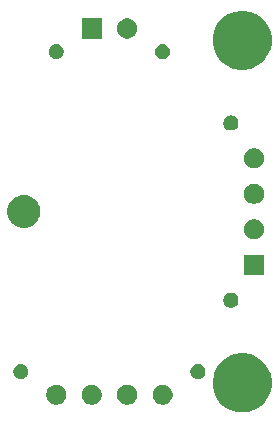
<source format=gbr>
G04 #@! TF.GenerationSoftware,KiCad,Pcbnew,(5.0.2)-1*
G04 #@! TF.CreationDate,2019-03-09T14:48:14-06:00*
G04 #@! TF.ProjectId,Contactor,436f6e74-6163-4746-9f72-2e6b69636164,rev?*
G04 #@! TF.SameCoordinates,Original*
G04 #@! TF.FileFunction,Soldermask,Bot*
G04 #@! TF.FilePolarity,Negative*
%FSLAX46Y46*%
G04 Gerber Fmt 4.6, Leading zero omitted, Abs format (unit mm)*
G04 Created by KiCad (PCBNEW (5.0.2)-1) date 3/9/2019 2:48:14 PM*
%MOMM*%
%LPD*%
G01*
G04 APERTURE LIST*
%ADD10C,0.100000*%
G04 APERTURE END LIST*
D10*
G36*
X173318225Y-127064049D02*
X173479223Y-127096074D01*
X173667677Y-127174134D01*
X173934193Y-127284528D01*
X174343660Y-127558126D01*
X174691874Y-127906340D01*
X174965472Y-128315807D01*
X175032430Y-128477459D01*
X175153926Y-128770777D01*
X175185951Y-128931775D01*
X175250000Y-129253770D01*
X175250000Y-129746230D01*
X175153926Y-130229222D01*
X174965472Y-130684193D01*
X174691874Y-131093660D01*
X174343660Y-131441874D01*
X173934193Y-131715472D01*
X173667677Y-131825866D01*
X173479223Y-131903926D01*
X173318225Y-131935951D01*
X172996230Y-132000000D01*
X172503770Y-132000000D01*
X172181775Y-131935951D01*
X172020777Y-131903926D01*
X171832323Y-131825866D01*
X171565807Y-131715472D01*
X171156340Y-131441874D01*
X170808126Y-131093660D01*
X170534528Y-130684193D01*
X170346074Y-130229222D01*
X170250000Y-129746230D01*
X170250000Y-129253770D01*
X170314049Y-128931775D01*
X170346074Y-128770777D01*
X170467570Y-128477459D01*
X170534528Y-128315807D01*
X170808126Y-127906340D01*
X171156340Y-127558126D01*
X171565807Y-127284528D01*
X171832323Y-127174134D01*
X172020777Y-127096074D01*
X172181775Y-127064049D01*
X172503770Y-127000000D01*
X172996230Y-127000000D01*
X173318225Y-127064049D01*
X173318225Y-127064049D01*
G37*
G36*
X166247934Y-129682664D02*
X166402627Y-129746740D01*
X166541847Y-129839764D01*
X166660236Y-129958153D01*
X166753260Y-130097373D01*
X166817336Y-130252066D01*
X166850000Y-130416281D01*
X166850000Y-130583719D01*
X166817336Y-130747934D01*
X166753260Y-130902627D01*
X166660236Y-131041847D01*
X166541847Y-131160236D01*
X166402627Y-131253260D01*
X166247934Y-131317336D01*
X166083719Y-131350000D01*
X165916281Y-131350000D01*
X165752066Y-131317336D01*
X165597373Y-131253260D01*
X165458153Y-131160236D01*
X165339764Y-131041847D01*
X165246740Y-130902627D01*
X165182664Y-130747934D01*
X165150000Y-130583719D01*
X165150000Y-130416281D01*
X165182664Y-130252066D01*
X165246740Y-130097373D01*
X165339764Y-129958153D01*
X165458153Y-129839764D01*
X165597373Y-129746740D01*
X165752066Y-129682664D01*
X165916281Y-129650000D01*
X166083719Y-129650000D01*
X166247934Y-129682664D01*
X166247934Y-129682664D01*
G37*
G36*
X163247934Y-129682664D02*
X163402627Y-129746740D01*
X163541847Y-129839764D01*
X163660236Y-129958153D01*
X163753260Y-130097373D01*
X163817336Y-130252066D01*
X163850000Y-130416281D01*
X163850000Y-130583719D01*
X163817336Y-130747934D01*
X163753260Y-130902627D01*
X163660236Y-131041847D01*
X163541847Y-131160236D01*
X163402627Y-131253260D01*
X163247934Y-131317336D01*
X163083719Y-131350000D01*
X162916281Y-131350000D01*
X162752066Y-131317336D01*
X162597373Y-131253260D01*
X162458153Y-131160236D01*
X162339764Y-131041847D01*
X162246740Y-130902627D01*
X162182664Y-130747934D01*
X162150000Y-130583719D01*
X162150000Y-130416281D01*
X162182664Y-130252066D01*
X162246740Y-130097373D01*
X162339764Y-129958153D01*
X162458153Y-129839764D01*
X162597373Y-129746740D01*
X162752066Y-129682664D01*
X162916281Y-129650000D01*
X163083719Y-129650000D01*
X163247934Y-129682664D01*
X163247934Y-129682664D01*
G37*
G36*
X160247934Y-129682664D02*
X160402627Y-129746740D01*
X160541847Y-129839764D01*
X160660236Y-129958153D01*
X160753260Y-130097373D01*
X160817336Y-130252066D01*
X160850000Y-130416281D01*
X160850000Y-130583719D01*
X160817336Y-130747934D01*
X160753260Y-130902627D01*
X160660236Y-131041847D01*
X160541847Y-131160236D01*
X160402627Y-131253260D01*
X160247934Y-131317336D01*
X160083719Y-131350000D01*
X159916281Y-131350000D01*
X159752066Y-131317336D01*
X159597373Y-131253260D01*
X159458153Y-131160236D01*
X159339764Y-131041847D01*
X159246740Y-130902627D01*
X159182664Y-130747934D01*
X159150000Y-130583719D01*
X159150000Y-130416281D01*
X159182664Y-130252066D01*
X159246740Y-130097373D01*
X159339764Y-129958153D01*
X159458153Y-129839764D01*
X159597373Y-129746740D01*
X159752066Y-129682664D01*
X159916281Y-129650000D01*
X160083719Y-129650000D01*
X160247934Y-129682664D01*
X160247934Y-129682664D01*
G37*
G36*
X157247934Y-129682664D02*
X157402627Y-129746740D01*
X157541847Y-129839764D01*
X157660236Y-129958153D01*
X157753260Y-130097373D01*
X157817336Y-130252066D01*
X157850000Y-130416281D01*
X157850000Y-130583719D01*
X157817336Y-130747934D01*
X157753260Y-130902627D01*
X157660236Y-131041847D01*
X157541847Y-131160236D01*
X157402627Y-131253260D01*
X157247934Y-131317336D01*
X157083719Y-131350000D01*
X156916281Y-131350000D01*
X156752066Y-131317336D01*
X156597373Y-131253260D01*
X156458153Y-131160236D01*
X156339764Y-131041847D01*
X156246740Y-130902627D01*
X156182664Y-130747934D01*
X156150000Y-130583719D01*
X156150000Y-130416281D01*
X156182664Y-130252066D01*
X156246740Y-130097373D01*
X156339764Y-129958153D01*
X156458153Y-129839764D01*
X156597373Y-129746740D01*
X156752066Y-129682664D01*
X156916281Y-129650000D01*
X157083719Y-129650000D01*
X157247934Y-129682664D01*
X157247934Y-129682664D01*
G37*
G36*
X154185223Y-127929403D02*
X154300784Y-127977270D01*
X154404792Y-128046766D01*
X154493234Y-128135208D01*
X154562730Y-128239216D01*
X154610597Y-128354777D01*
X154635000Y-128477459D01*
X154635000Y-128602541D01*
X154610597Y-128725223D01*
X154562730Y-128840784D01*
X154493234Y-128944792D01*
X154404792Y-129033234D01*
X154300784Y-129102730D01*
X154185223Y-129150597D01*
X154062542Y-129175000D01*
X153937458Y-129175000D01*
X153814777Y-129150597D01*
X153699216Y-129102730D01*
X153595208Y-129033234D01*
X153506766Y-128944792D01*
X153437270Y-128840784D01*
X153389403Y-128725223D01*
X153365000Y-128602541D01*
X153365000Y-128477459D01*
X153389403Y-128354777D01*
X153437270Y-128239216D01*
X153506766Y-128135208D01*
X153595208Y-128046766D01*
X153699216Y-127977270D01*
X153814777Y-127929403D01*
X153937458Y-127905000D01*
X154062542Y-127905000D01*
X154185223Y-127929403D01*
X154185223Y-127929403D01*
G37*
G36*
X169185223Y-127929403D02*
X169300784Y-127977270D01*
X169404792Y-128046766D01*
X169493234Y-128135208D01*
X169562730Y-128239216D01*
X169610597Y-128354777D01*
X169635000Y-128477459D01*
X169635000Y-128602541D01*
X169610597Y-128725223D01*
X169562730Y-128840784D01*
X169493234Y-128944792D01*
X169404792Y-129033234D01*
X169300784Y-129102730D01*
X169185223Y-129150597D01*
X169062542Y-129175000D01*
X168937458Y-129175000D01*
X168814777Y-129150597D01*
X168699216Y-129102730D01*
X168595208Y-129033234D01*
X168506766Y-128944792D01*
X168437270Y-128840784D01*
X168389403Y-128725223D01*
X168365000Y-128602541D01*
X168365000Y-128477459D01*
X168389403Y-128354777D01*
X168437270Y-128239216D01*
X168506766Y-128135208D01*
X168595208Y-128046766D01*
X168699216Y-127977270D01*
X168814777Y-127929403D01*
X168937458Y-127905000D01*
X169062542Y-127905000D01*
X169185223Y-127929403D01*
X169185223Y-127929403D01*
G37*
G36*
X171975223Y-121889403D02*
X172090784Y-121937270D01*
X172194792Y-122006766D01*
X172283234Y-122095208D01*
X172352730Y-122199216D01*
X172400597Y-122314777D01*
X172425000Y-122437459D01*
X172425000Y-122562541D01*
X172400597Y-122685223D01*
X172352730Y-122800784D01*
X172283234Y-122904792D01*
X172194792Y-122993234D01*
X172090784Y-123062730D01*
X171975223Y-123110597D01*
X171852542Y-123135000D01*
X171727458Y-123135000D01*
X171604777Y-123110597D01*
X171489216Y-123062730D01*
X171385208Y-122993234D01*
X171296766Y-122904792D01*
X171227270Y-122800784D01*
X171179403Y-122685223D01*
X171155000Y-122562541D01*
X171155000Y-122437459D01*
X171179403Y-122314777D01*
X171227270Y-122199216D01*
X171296766Y-122095208D01*
X171385208Y-122006766D01*
X171489216Y-121937270D01*
X171604777Y-121889403D01*
X171727458Y-121865000D01*
X171852542Y-121865000D01*
X171975223Y-121889403D01*
X171975223Y-121889403D01*
G37*
G36*
X174600000Y-120350000D02*
X172900000Y-120350000D01*
X172900000Y-118650000D01*
X174600000Y-118650000D01*
X174600000Y-120350000D01*
X174600000Y-120350000D01*
G37*
G36*
X173997934Y-115682664D02*
X174152627Y-115746740D01*
X174291847Y-115839764D01*
X174410236Y-115958153D01*
X174503260Y-116097373D01*
X174567336Y-116252066D01*
X174600000Y-116416281D01*
X174600000Y-116583719D01*
X174567336Y-116747934D01*
X174503260Y-116902627D01*
X174410236Y-117041847D01*
X174291847Y-117160236D01*
X174152627Y-117253260D01*
X173997934Y-117317336D01*
X173833719Y-117350000D01*
X173666281Y-117350000D01*
X173502066Y-117317336D01*
X173347373Y-117253260D01*
X173208153Y-117160236D01*
X173089764Y-117041847D01*
X172996740Y-116902627D01*
X172932664Y-116747934D01*
X172900000Y-116583719D01*
X172900000Y-116416281D01*
X172932664Y-116252066D01*
X172996740Y-116097373D01*
X173089764Y-115958153D01*
X173208153Y-115839764D01*
X173347373Y-115746740D01*
X173502066Y-115682664D01*
X173666281Y-115650000D01*
X173833719Y-115650000D01*
X173997934Y-115682664D01*
X173997934Y-115682664D01*
G37*
G36*
X154523127Y-113626901D02*
X154658365Y-113653801D01*
X154913149Y-113759336D01*
X155127597Y-113902626D01*
X155142451Y-113912551D01*
X155337449Y-114107549D01*
X155337451Y-114107552D01*
X155477624Y-114317335D01*
X155490665Y-114336853D01*
X155596199Y-114591636D01*
X155650000Y-114862111D01*
X155650000Y-115137889D01*
X155596199Y-115408364D01*
X155496111Y-115650000D01*
X155490664Y-115663149D01*
X155434810Y-115746740D01*
X155337449Y-115892451D01*
X155142451Y-116087449D01*
X155142448Y-116087451D01*
X154913149Y-116240664D01*
X154658365Y-116346199D01*
X154523127Y-116373099D01*
X154387889Y-116400000D01*
X154112111Y-116400000D01*
X153976873Y-116373099D01*
X153841635Y-116346199D01*
X153586851Y-116240664D01*
X153357552Y-116087451D01*
X153357549Y-116087449D01*
X153162551Y-115892451D01*
X153065190Y-115746740D01*
X153009336Y-115663149D01*
X153003890Y-115650000D01*
X152903801Y-115408364D01*
X152850000Y-115137889D01*
X152850000Y-114862111D01*
X152903801Y-114591636D01*
X153009335Y-114336853D01*
X153022377Y-114317335D01*
X153162549Y-114107552D01*
X153162551Y-114107549D01*
X153357549Y-113912551D01*
X153372403Y-113902626D01*
X153586851Y-113759336D01*
X153841635Y-113653801D01*
X153976873Y-113626901D01*
X154112111Y-113600000D01*
X154387889Y-113600000D01*
X154523127Y-113626901D01*
X154523127Y-113626901D01*
G37*
G36*
X173997934Y-112682664D02*
X174152627Y-112746740D01*
X174291847Y-112839764D01*
X174410236Y-112958153D01*
X174503260Y-113097373D01*
X174567336Y-113252066D01*
X174600000Y-113416281D01*
X174600000Y-113583719D01*
X174567336Y-113747934D01*
X174503260Y-113902627D01*
X174410236Y-114041847D01*
X174291847Y-114160236D01*
X174152627Y-114253260D01*
X173997934Y-114317336D01*
X173833719Y-114350000D01*
X173666281Y-114350000D01*
X173502066Y-114317336D01*
X173347373Y-114253260D01*
X173208153Y-114160236D01*
X173089764Y-114041847D01*
X172996740Y-113902627D01*
X172932664Y-113747934D01*
X172900000Y-113583719D01*
X172900000Y-113416281D01*
X172932664Y-113252066D01*
X172996740Y-113097373D01*
X173089764Y-112958153D01*
X173208153Y-112839764D01*
X173347373Y-112746740D01*
X173502066Y-112682664D01*
X173666281Y-112650000D01*
X173833719Y-112650000D01*
X173997934Y-112682664D01*
X173997934Y-112682664D01*
G37*
G36*
X173997934Y-109682664D02*
X174152627Y-109746740D01*
X174291847Y-109839764D01*
X174410236Y-109958153D01*
X174503260Y-110097373D01*
X174567336Y-110252066D01*
X174600000Y-110416281D01*
X174600000Y-110583719D01*
X174567336Y-110747934D01*
X174503260Y-110902627D01*
X174410236Y-111041847D01*
X174291847Y-111160236D01*
X174152627Y-111253260D01*
X173997934Y-111317336D01*
X173833719Y-111350000D01*
X173666281Y-111350000D01*
X173502066Y-111317336D01*
X173347373Y-111253260D01*
X173208153Y-111160236D01*
X173089764Y-111041847D01*
X172996740Y-110902627D01*
X172932664Y-110747934D01*
X172900000Y-110583719D01*
X172900000Y-110416281D01*
X172932664Y-110252066D01*
X172996740Y-110097373D01*
X173089764Y-109958153D01*
X173208153Y-109839764D01*
X173347373Y-109746740D01*
X173502066Y-109682664D01*
X173666281Y-109650000D01*
X173833719Y-109650000D01*
X173997934Y-109682664D01*
X173997934Y-109682664D01*
G37*
G36*
X171975223Y-106889403D02*
X172090784Y-106937270D01*
X172194792Y-107006766D01*
X172283234Y-107095208D01*
X172352730Y-107199216D01*
X172400597Y-107314777D01*
X172425000Y-107437459D01*
X172425000Y-107562541D01*
X172400597Y-107685223D01*
X172352730Y-107800784D01*
X172283234Y-107904792D01*
X172194792Y-107993234D01*
X172090784Y-108062730D01*
X171975223Y-108110597D01*
X171852542Y-108135000D01*
X171727458Y-108135000D01*
X171604777Y-108110597D01*
X171489216Y-108062730D01*
X171385208Y-107993234D01*
X171296766Y-107904792D01*
X171227270Y-107800784D01*
X171179403Y-107685223D01*
X171155000Y-107562541D01*
X171155000Y-107437459D01*
X171179403Y-107314777D01*
X171227270Y-107199216D01*
X171296766Y-107095208D01*
X171385208Y-107006766D01*
X171489216Y-106937270D01*
X171604777Y-106889403D01*
X171727458Y-106865000D01*
X171852542Y-106865000D01*
X171975223Y-106889403D01*
X171975223Y-106889403D01*
G37*
G36*
X173318225Y-98064049D02*
X173479223Y-98096074D01*
X173667677Y-98174134D01*
X173934193Y-98284528D01*
X174343660Y-98558126D01*
X174691874Y-98906340D01*
X174965472Y-99315807D01*
X175153926Y-99770778D01*
X175250000Y-100253770D01*
X175250000Y-100746230D01*
X175229477Y-100849403D01*
X175167852Y-101159215D01*
X175153926Y-101229222D01*
X174965472Y-101684193D01*
X174691874Y-102093660D01*
X174343660Y-102441874D01*
X173934193Y-102715472D01*
X173667677Y-102825866D01*
X173479223Y-102903926D01*
X173318225Y-102935951D01*
X172996230Y-103000000D01*
X172503770Y-103000000D01*
X172181775Y-102935951D01*
X172020777Y-102903926D01*
X171832323Y-102825866D01*
X171565807Y-102715472D01*
X171156340Y-102441874D01*
X170808126Y-102093660D01*
X170534528Y-101684193D01*
X170346074Y-101229222D01*
X170332149Y-101159215D01*
X170270523Y-100849403D01*
X170250000Y-100746230D01*
X170250000Y-100253770D01*
X170346074Y-99770778D01*
X170534528Y-99315807D01*
X170808126Y-98906340D01*
X171156340Y-98558126D01*
X171565807Y-98284528D01*
X171832323Y-98174134D01*
X172020777Y-98096074D01*
X172181775Y-98064049D01*
X172503770Y-98000000D01*
X172996230Y-98000000D01*
X173318225Y-98064049D01*
X173318225Y-98064049D01*
G37*
G36*
X157185223Y-100849403D02*
X157300784Y-100897270D01*
X157404792Y-100966766D01*
X157493234Y-101055208D01*
X157562730Y-101159216D01*
X157610597Y-101274777D01*
X157635000Y-101397459D01*
X157635000Y-101522541D01*
X157610597Y-101645223D01*
X157562730Y-101760784D01*
X157493234Y-101864792D01*
X157404792Y-101953234D01*
X157300784Y-102022730D01*
X157185223Y-102070597D01*
X157062542Y-102095000D01*
X156937458Y-102095000D01*
X156814777Y-102070597D01*
X156699216Y-102022730D01*
X156595208Y-101953234D01*
X156506766Y-101864792D01*
X156437270Y-101760784D01*
X156389403Y-101645223D01*
X156365000Y-101522541D01*
X156365000Y-101397459D01*
X156389403Y-101274777D01*
X156437270Y-101159216D01*
X156506766Y-101055208D01*
X156595208Y-100966766D01*
X156699216Y-100897270D01*
X156814777Y-100849403D01*
X156937458Y-100825000D01*
X157062542Y-100825000D01*
X157185223Y-100849403D01*
X157185223Y-100849403D01*
G37*
G36*
X166185223Y-100849403D02*
X166300784Y-100897270D01*
X166404792Y-100966766D01*
X166493234Y-101055208D01*
X166562730Y-101159216D01*
X166610597Y-101274777D01*
X166635000Y-101397459D01*
X166635000Y-101522541D01*
X166610597Y-101645223D01*
X166562730Y-101760784D01*
X166493234Y-101864792D01*
X166404792Y-101953234D01*
X166300784Y-102022730D01*
X166185223Y-102070597D01*
X166062542Y-102095000D01*
X165937458Y-102095000D01*
X165814777Y-102070597D01*
X165699216Y-102022730D01*
X165595208Y-101953234D01*
X165506766Y-101864792D01*
X165437270Y-101760784D01*
X165389403Y-101645223D01*
X165365000Y-101522541D01*
X165365000Y-101397459D01*
X165389403Y-101274777D01*
X165437270Y-101159216D01*
X165506766Y-101055208D01*
X165595208Y-100966766D01*
X165699216Y-100897270D01*
X165814777Y-100849403D01*
X165937458Y-100825000D01*
X166062542Y-100825000D01*
X166185223Y-100849403D01*
X166185223Y-100849403D01*
G37*
G36*
X160850000Y-100350000D02*
X159150000Y-100350000D01*
X159150000Y-98650000D01*
X160850000Y-98650000D01*
X160850000Y-100350000D01*
X160850000Y-100350000D01*
G37*
G36*
X163247934Y-98682664D02*
X163402627Y-98746740D01*
X163541847Y-98839764D01*
X163660236Y-98958153D01*
X163753260Y-99097373D01*
X163817336Y-99252066D01*
X163850000Y-99416281D01*
X163850000Y-99583719D01*
X163817336Y-99747934D01*
X163753260Y-99902627D01*
X163660236Y-100041847D01*
X163541847Y-100160236D01*
X163402627Y-100253260D01*
X163247934Y-100317336D01*
X163083719Y-100350000D01*
X162916281Y-100350000D01*
X162752066Y-100317336D01*
X162597373Y-100253260D01*
X162458153Y-100160236D01*
X162339764Y-100041847D01*
X162246740Y-99902627D01*
X162182664Y-99747934D01*
X162150000Y-99583719D01*
X162150000Y-99416281D01*
X162182664Y-99252066D01*
X162246740Y-99097373D01*
X162339764Y-98958153D01*
X162458153Y-98839764D01*
X162597373Y-98746740D01*
X162752066Y-98682664D01*
X162916281Y-98650000D01*
X163083719Y-98650000D01*
X163247934Y-98682664D01*
X163247934Y-98682664D01*
G37*
M02*

</source>
